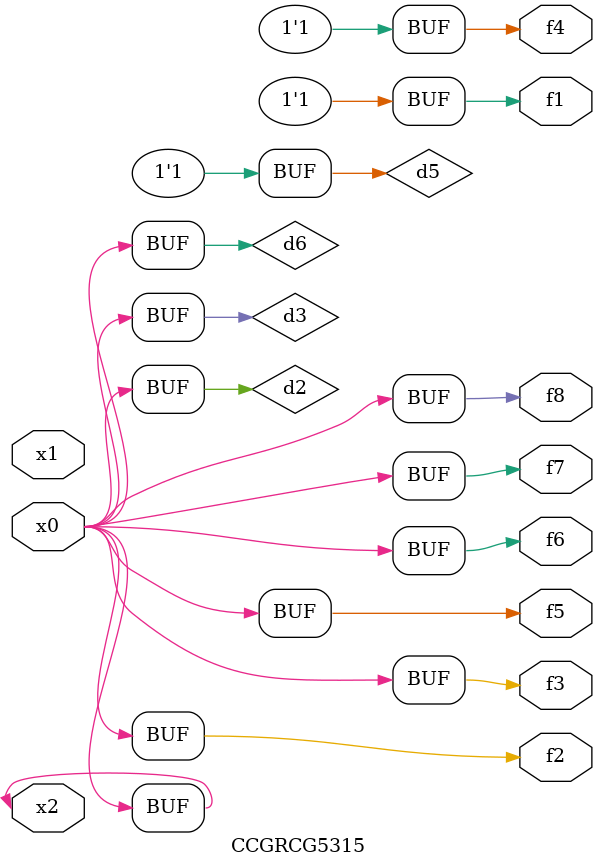
<source format=v>
module CCGRCG5315(
	input x0, x1, x2,
	output f1, f2, f3, f4, f5, f6, f7, f8
);

	wire d1, d2, d3, d4, d5, d6;

	xnor (d1, x2);
	buf (d2, x0, x2);
	and (d3, x0);
	xnor (d4, x1, x2);
	nand (d5, d1, d3);
	buf (d6, d2, d3);
	assign f1 = d5;
	assign f2 = d6;
	assign f3 = d6;
	assign f4 = d5;
	assign f5 = d6;
	assign f6 = d6;
	assign f7 = d6;
	assign f8 = d6;
endmodule

</source>
